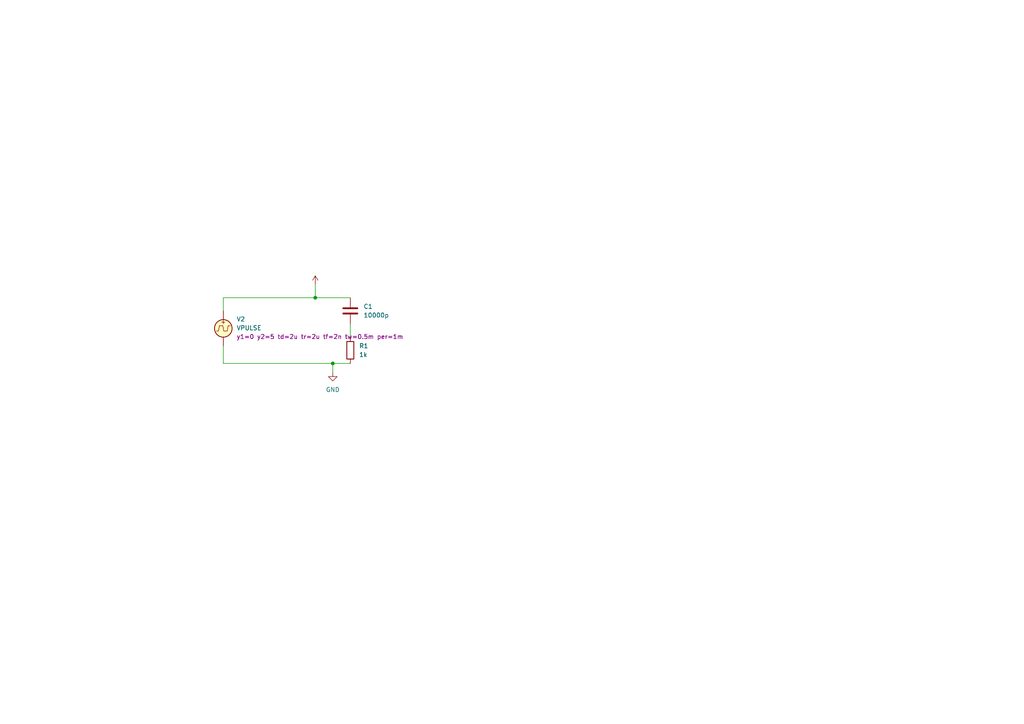
<source format=kicad_sch>
(kicad_sch (version 20231120) (generator "eeschema") (generator_version "8.0")
  (paper "A4")
  (lib_symbols
    (symbol "Device:C" (pin_numbers hide) (pin_names (offset 0.254))
      (property "Reference" "C" (at 0.635 2.54 0))
      (property "Value" "C" (at 0.635 -2.54 0))
      (symbol "C_0_1"
        (polyline (pts (xy -2.032 -0.762) (xy 2.032 -0.762)) (stroke (width 0.508)))
        (polyline (pts (xy -2.032 0.762) (xy 2.032 0.762)) (stroke (width 0.508)))
      )
      (symbol "C_1_1"
        (pin passive line (at 0 3.81 270) (length 2.794) (name "~") (number "1"))
        (pin passive line (at 0 -3.81 90) (length 2.794) (name "~") (number "2"))
      )
    )
    (symbol "Device:R" (pin_numbers hide) (pin_names (offset 0))
      (property "Reference" "R" (at 2.032 0 90))
      (property "Value" "R" (at 0 0 90))
      (symbol "R_0_1"
        (rectangle (start -1.016 -2.54) (end 1.016 2.54) (stroke (width 0.254)))
      )
      (symbol "R_1_1"
        (pin passive line (at 0 3.81 270) (length 1.27) (name "~") (number "1"))
        (pin passive line (at 0 -3.81 90) (length 1.27) (name "~") (number "2"))
      )
    )
    (symbol "Simulation_SPICE:VPULSE" (pin_numbers hide) (pin_names (offset 0.0254))
      (property "Reference" "V" (at 2.54 2.54 0))
      (property "Value" "VPULSE" (at 2.54 0 0))
      (property "Sim.Params" "y1=0 y2=1 td=2n tr=2n tf=2n tw=50n per=100n" (at 2.54 -2.54 0))
      (symbol "VPULSE_0_0"
        (polyline (pts (xy -2.032 -0.762) (xy -1.397 -0.762) (xy -1.143 0.762) (xy -0.127 0.762) (xy 0.127 -0.762) (xy 1.143 -0.762) (xy 1.397 0.762) (xy 2.032 0.762)))
        (text "+" (at 0 1.905 0) (effects (font (size 1.27 1.27))))
      )
      (symbol "VPULSE_0_1"
        (circle (center 0 0) (radius 2.54) (stroke (width 0.254)) (fill (type background)))
      )
      (symbol "VPULSE_1_1"
        (pin passive line (at 0 5.08 270) (length 2.54) (name "~") (number "1"))
        (pin passive line (at 0 -5.08 90) (length 2.54) (name "~") (number "2"))
      )
    )
    (symbol "power:+5C" (power) (pin_numbers hide) (pin_names (offset 0) hide)
      (property "Value" "+5C" (at 0 3.556 0))
      (symbol "+5C_0_1"
        (polyline (pts (xy -0.762 1.27) (xy 0 2.54)))
        (polyline (pts (xy 0 0) (xy 0 2.54)))
        (polyline (pts (xy 0 2.54) (xy 0.762 1.27)))
      )
      (symbol "+5C_1_1"
        (pin power_in line (at 0 0 90) (length 0) (name "~") (number "1"))
      )
    )
    (symbol "power:GND" (power) (pin_numbers hide) (pin_names (offset 0) hide)
      (property "Value" "GND" (at 0 -3.81 0))
      (symbol "GND_0_1"
        (polyline (pts (xy 0 0) (xy 0 -1.27) (xy 1.27 -1.27) (xy 0 -2.54) (xy -1.27 -1.27) (xy 0 -1.27)))
      )
      (symbol "GND_1_1"
        (pin power_in line (at 0 0 270) (length 0) (name "~") (number "1"))
      )
    )
  )
  (junction (at 96.52 105.41))
  (junction (at 91.44 86.36))
  (wire (pts (xy 64.77 86.36) (xy 91.44 86.36)))
  (wire (pts (xy 64.77 105.41) (xy 64.77 100.33)))
  (wire (pts (xy 64.77 86.36) (xy 64.77 90.17)))
  (wire (pts (xy 64.77 105.41) (xy 96.52 105.41)))
  (wire (pts (xy 91.44 86.36) (xy 101.6 86.36)))
  (wire (pts (xy 101.6 105.41) (xy 96.52 105.41)))
  (wire (pts (xy 91.44 82.55) (xy 91.44 86.36)))
  (wire (pts (xy 96.52 105.41) (xy 96.52 107.95)))
  (wire (pts (xy 101.6 93.98) (xy 101.6 97.79)))
  (symbol (lib_id "Device:C") (at 101.6 90.17 0) (unit 1)
    (property "Reference" "C1" (at 105.41 88.8999 0) (effects (justify left)))
    (property "Value" "10000p" (at 105.41 91.4399 0) (effects (justify left)))
    (property "Description" "Unpolarized capacitor" (effects (hide yes)))
  )
  (symbol (lib_id "power:+5C") (at 91.44 82.55 0) (unit 1)
    (property "Reference" "#PWR02" (effects (hide yes)))
    (property "Value" "+5C" (effects (hide yes)))
    (property "Description" "Power symbol creates a global label with name \"+5C\"" (effects (hide yes)))
  )
  (symbol (lib_id "Device:R") (at 101.6 101.6 0) (unit 1)
    (property "Reference" "R1" (at 104.14 100.3299 0) (effects (justify left)))
    (property "Value" "1k" (at 104.14 102.8699 0) (effects (justify left)))
    (property "Description" "Resistor" (effects (hide yes)))
  )
  (symbol (lib_id "power:GND") (at 96.52 107.95 0) (unit 1)
    (property "Reference" "#PWR01" (effects (hide yes)))
    (property "Value" "GND" (at 96.52 113.03 0))
    (property "Description" "Power symbol creates a global label with name \"GND\" , ground" (effects (hide yes)))
  )
  (symbol (lib_id "Simulation_SPICE:VPULSE") (at 64.77 95.25 0) (unit 1)
    (property "Reference" "V2" (at 68.58 92.5801 0) (effects (justify left)))
    (property "Value" "VPULSE" (at 68.58 95.1201 0) (effects (justify left)))
    (property "Datasheet" "https://ngspice.sourceforge.io/docs/ngspice-html-manual/manual.xhtml#sec_Independent_Sources_for" (effects (hide yes)))
    (property "Description" "Voltage source, pulse" (effects (hide yes)))
    (property "Sim.Pins" "1=+ 2=-" (effects (hide yes)))
    (property "Sim.Type" "PULSE" (effects (hide yes)))
    (property "Sim.Device" "V" (effects (hide yes)))
    (property "Sim.Params" "y1=0 y2=5 td=2u tr=2u tf=2n tw=0.5m per=1m" (at 68.58 97.6601 0) (effects (justify left)))
  )
)
</source>
